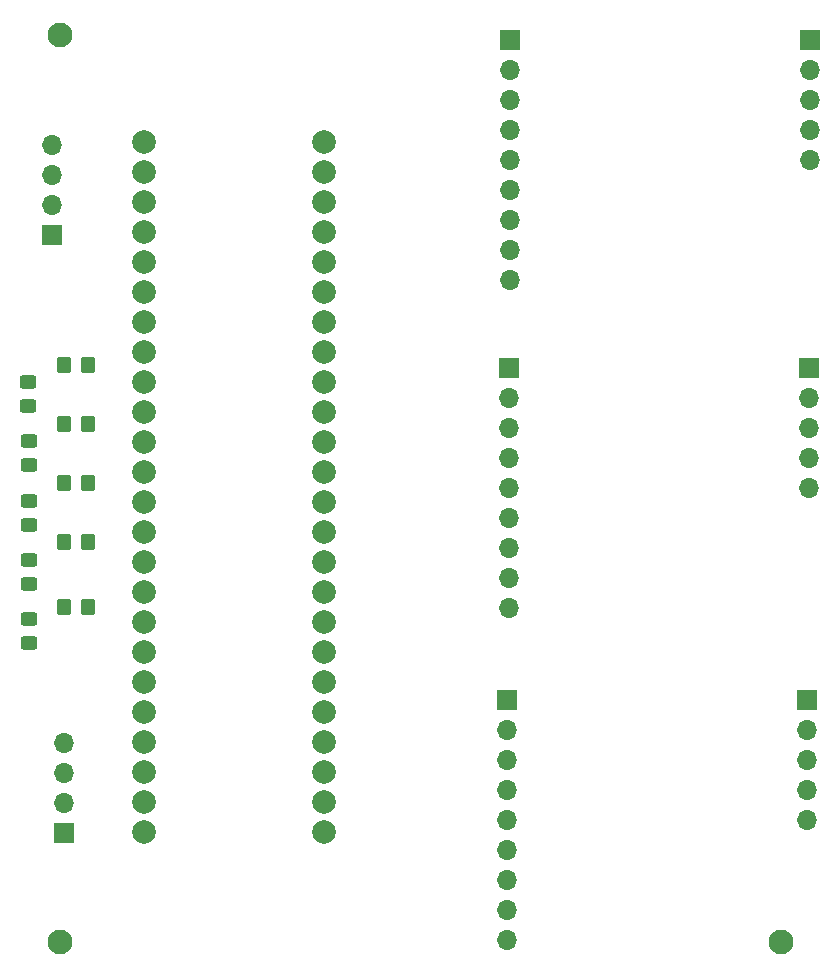
<source format=gbr>
%TF.GenerationSoftware,KiCad,Pcbnew,7.0.7*%
%TF.CreationDate,2024-06-05T22:00:53-04:00*%
%TF.ProjectId,Ground Receiver v2,47726f75-6e64-4205-9265-636569766572,rev?*%
%TF.SameCoordinates,Original*%
%TF.FileFunction,Soldermask,Top*%
%TF.FilePolarity,Negative*%
%FSLAX46Y46*%
G04 Gerber Fmt 4.6, Leading zero omitted, Abs format (unit mm)*
G04 Created by KiCad (PCBNEW 7.0.7) date 2024-06-05 22:00:53*
%MOMM*%
%LPD*%
G01*
G04 APERTURE LIST*
G04 Aperture macros list*
%AMRoundRect*
0 Rectangle with rounded corners*
0 $1 Rounding radius*
0 $2 $3 $4 $5 $6 $7 $8 $9 X,Y pos of 4 corners*
0 Add a 4 corners polygon primitive as box body*
4,1,4,$2,$3,$4,$5,$6,$7,$8,$9,$2,$3,0*
0 Add four circle primitives for the rounded corners*
1,1,$1+$1,$2,$3*
1,1,$1+$1,$4,$5*
1,1,$1+$1,$6,$7*
1,1,$1+$1,$8,$9*
0 Add four rect primitives between the rounded corners*
20,1,$1+$1,$2,$3,$4,$5,0*
20,1,$1+$1,$4,$5,$6,$7,0*
20,1,$1+$1,$6,$7,$8,$9,0*
20,1,$1+$1,$8,$9,$2,$3,0*%
G04 Aperture macros list end*
%ADD10C,2.100000*%
%ADD11RoundRect,0.250000X-0.350000X-0.450000X0.350000X-0.450000X0.350000X0.450000X-0.350000X0.450000X0*%
%ADD12R,1.700000X1.700000*%
%ADD13O,1.700000X1.700000*%
%ADD14C,2.000000*%
%ADD15RoundRect,0.250000X0.350000X0.450000X-0.350000X0.450000X-0.350000X-0.450000X0.350000X-0.450000X0*%
%ADD16RoundRect,0.250000X-0.450000X0.325000X-0.450000X-0.325000X0.450000X-0.325000X0.450000X0.325000X0*%
G04 APERTURE END LIST*
D10*
%TO.C,H1*%
X118200000Y-63600000D03*
%TD*%
D11*
%TO.C,R3*%
X118500000Y-101500000D03*
X120500000Y-101500000D03*
%TD*%
D10*
%TO.C,H2*%
X118200000Y-140400000D03*
%TD*%
D12*
%TO.C,J8*%
X118500000Y-131120000D03*
D13*
X118500000Y-128580000D03*
X118500000Y-126040000D03*
X118500000Y-123500000D03*
%TD*%
D12*
%TO.C,J7*%
X117500000Y-80500000D03*
D13*
X117500000Y-77960000D03*
X117500000Y-75420000D03*
X117500000Y-72880000D03*
%TD*%
D14*
%TO.C,Teensy4.1*%
X125315000Y-72625000D03*
X125315000Y-75165000D03*
X125315000Y-77705000D03*
X125315000Y-80245000D03*
X125315000Y-82785000D03*
X125315000Y-85325000D03*
X125315000Y-87865000D03*
X125315000Y-90405000D03*
X125315000Y-92945000D03*
X125315000Y-95485000D03*
X125315000Y-98025000D03*
X125315000Y-100565000D03*
X125315000Y-103105000D03*
X125315000Y-105645000D03*
X125315000Y-108185000D03*
X125315000Y-110725000D03*
X125315000Y-113265000D03*
X125315000Y-115805000D03*
X125315000Y-118345000D03*
X125315000Y-120885000D03*
X125315000Y-123425000D03*
X125315000Y-125965000D03*
X125315000Y-128505000D03*
X125315000Y-131045000D03*
X140555000Y-131045000D03*
X140555000Y-128505000D03*
X140555000Y-125965000D03*
X140555000Y-123425000D03*
X140555000Y-120885000D03*
X140555000Y-118345000D03*
X140555000Y-115805000D03*
X140555000Y-113265000D03*
X140555000Y-110725000D03*
X140555000Y-108185000D03*
X140555000Y-105645000D03*
X140555000Y-103105000D03*
X140555000Y-100565000D03*
X140555000Y-98025000D03*
X140555000Y-95485000D03*
X140555000Y-92945000D03*
X140555000Y-90405000D03*
X140555000Y-87865000D03*
X140555000Y-85325000D03*
X140555000Y-82785000D03*
X140555000Y-80245000D03*
X140555000Y-77705000D03*
X140555000Y-75165000D03*
X140555000Y-72625000D03*
%TD*%
D15*
%TO.C,RVB1*%
X120500000Y-112000000D03*
X118500000Y-112000000D03*
%TD*%
D12*
%TO.C,J3*%
X156000000Y-119850000D03*
D13*
X156000000Y-122390000D03*
X156000000Y-124930000D03*
X156000000Y-127470000D03*
X156000000Y-130010000D03*
X156000000Y-132550000D03*
X156000000Y-135090000D03*
X156000000Y-137630000D03*
X156000000Y-140170000D03*
%TD*%
D12*
%TO.C,J5*%
X181550000Y-91800000D03*
D13*
X181550000Y-94340000D03*
X181550000Y-96880000D03*
X181550000Y-99420000D03*
X181550000Y-101960000D03*
%TD*%
D16*
%TO.C,DVA1*%
X115500000Y-108000000D03*
X115500000Y-110050000D03*
%TD*%
%TO.C,D2*%
X115500000Y-97950000D03*
X115500000Y-100000000D03*
%TD*%
D12*
%TO.C,J2*%
X156150000Y-91800000D03*
D13*
X156150000Y-94340000D03*
X156150000Y-96880000D03*
X156150000Y-99420000D03*
X156150000Y-101960000D03*
X156150000Y-104500000D03*
X156150000Y-107040000D03*
X156150000Y-109580000D03*
X156150000Y-112120000D03*
%TD*%
D11*
%TO.C,R1*%
X118500000Y-91500000D03*
X120500000Y-91500000D03*
%TD*%
D15*
%TO.C,RVA1*%
X120500000Y-106500000D03*
X118500000Y-106500000D03*
%TD*%
D16*
%TO.C,D1*%
X115475000Y-92975000D03*
X115475000Y-95025000D03*
%TD*%
%TO.C,DVB1*%
X115500000Y-113000000D03*
X115500000Y-115050000D03*
%TD*%
D12*
%TO.C,J4*%
X181650000Y-64000000D03*
D13*
X181650000Y-66540000D03*
X181650000Y-69080000D03*
X181650000Y-71620000D03*
X181650000Y-74160000D03*
%TD*%
D12*
%TO.C,J1*%
X156250000Y-64000000D03*
D13*
X156250000Y-66540000D03*
X156250000Y-69080000D03*
X156250000Y-71620000D03*
X156250000Y-74160000D03*
X156250000Y-76700000D03*
X156250000Y-79240000D03*
X156250000Y-81780000D03*
X156250000Y-84320000D03*
%TD*%
D11*
%TO.C,R2*%
X118500000Y-96500000D03*
X120500000Y-96500000D03*
%TD*%
D12*
%TO.C,J6*%
X181400000Y-119850000D03*
D13*
X181400000Y-122390000D03*
X181400000Y-124930000D03*
X181400000Y-127470000D03*
X181400000Y-130010000D03*
%TD*%
D16*
%TO.C,D3*%
X115500000Y-103000000D03*
X115500000Y-105050000D03*
%TD*%
D10*
%TO.C,H3*%
X179200000Y-140400000D03*
%TD*%
M02*

</source>
